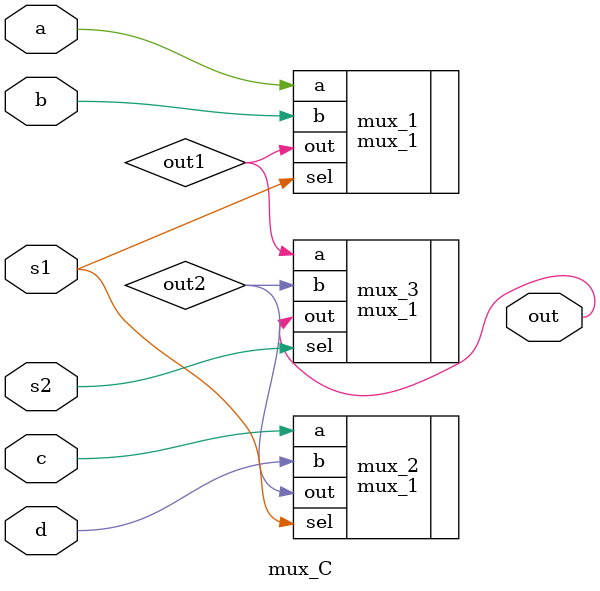
<source format=v>
`timescale 1ns / 1ps
module mux_C(
input wire a,b,c,d,
input wire s1,s2,
output wire out );
wire out1,out2;
mux_1 mux_1(
.a(a),
.b(b),
.sel(s1),
.out(out1));
mux_1 mux_2(
.a(c),
.b(d),
.sel(s1),
.out(out2));
mux_1 mux_3(
.a(out1),
.b(out2),
.sel(s2),
.out(out));
endmodule

</source>
